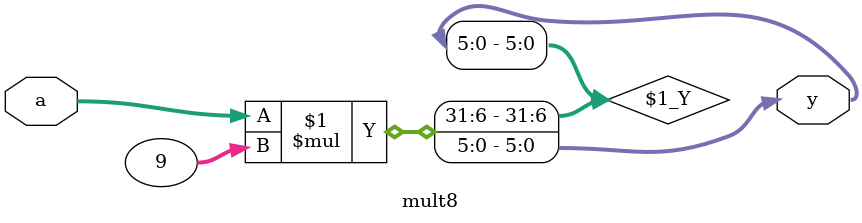
<source format=v>
module mult8 (input [2:0] a , output [5:0] y);
	assign y = a * 9;
endmodule


</source>
